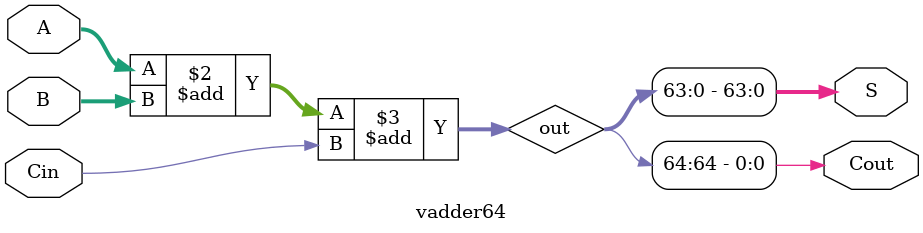
<source format=v>
`timescale 1ns / 1ps
module vadder64(
    input [63:0] A,
    input [63:0] B,
    input Cin,
    output Cout,
    output [63:0] S
    );
	 
	 reg [64:0] out;
	 assign S = out[63:0];
	 assign Cout = out[64];
	 
	 always @(*)
	 begin
		out = A + B + Cin;
	 end


endmodule

</source>
